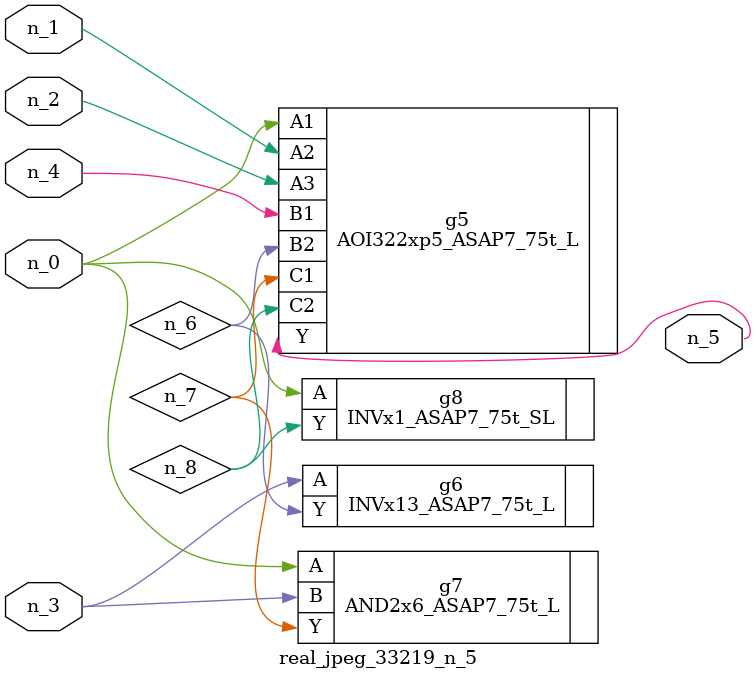
<source format=v>
module real_jpeg_33219_n_5 (n_4, n_0, n_1, n_2, n_3, n_5);

input n_4;
input n_0;
input n_1;
input n_2;
input n_3;

output n_5;

wire n_8;
wire n_6;
wire n_7;

AOI322xp5_ASAP7_75t_L g5 ( 
.A1(n_0),
.A2(n_1),
.A3(n_2),
.B1(n_4),
.B2(n_6),
.C1(n_7),
.C2(n_8),
.Y(n_5)
);

AND2x6_ASAP7_75t_L g7 ( 
.A(n_0),
.B(n_3),
.Y(n_7)
);

INVx1_ASAP7_75t_SL g8 ( 
.A(n_0),
.Y(n_8)
);

INVx13_ASAP7_75t_L g6 ( 
.A(n_3),
.Y(n_6)
);


endmodule
</source>
